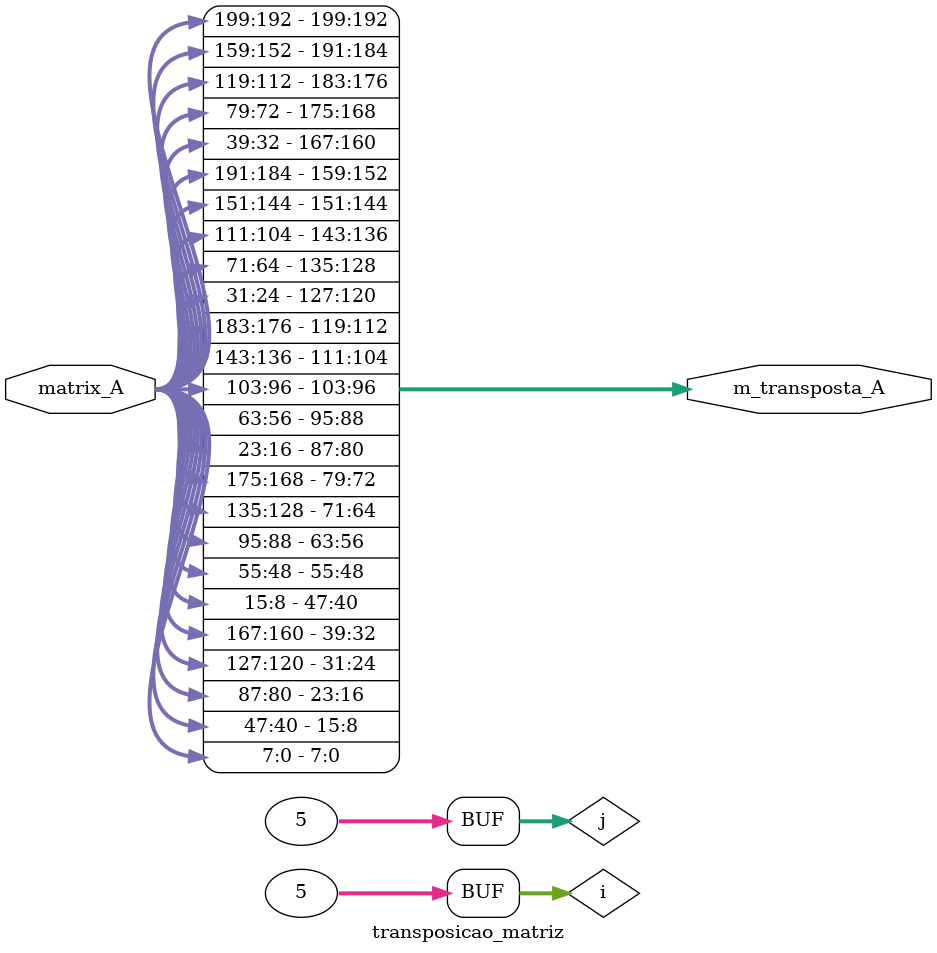
<source format=v>
module transposicao_matriz(
    input signed [199:0] matrix_A,             // Matriz original (5x5 de 8 bits)
    output reg signed [199:0] m_transposta_A   // Matriz transposta (resultado)
);

    integer i, j;  // Variáveis para percorrer as linhas e colunas da matriz

    always @(*) begin
        // Realiza a transposição da matriz de 5x5
        for (i = 0; i < 5; i = i + 1) begin
            for (j = 0; j < 5; j = j + 1) begin
                // Transpõe a matriz movendo os elementos de matrix_A para m_transposta_A
                m_transposta_A[((j << 2) + j + i) << 3 +: 8] = 
                    matrix_A[((i << 2) + i + j) << 3 +: 8]; // A transposição é feita usando deslocamento de bits
            end
        end
    end
    
endmodule

</source>
